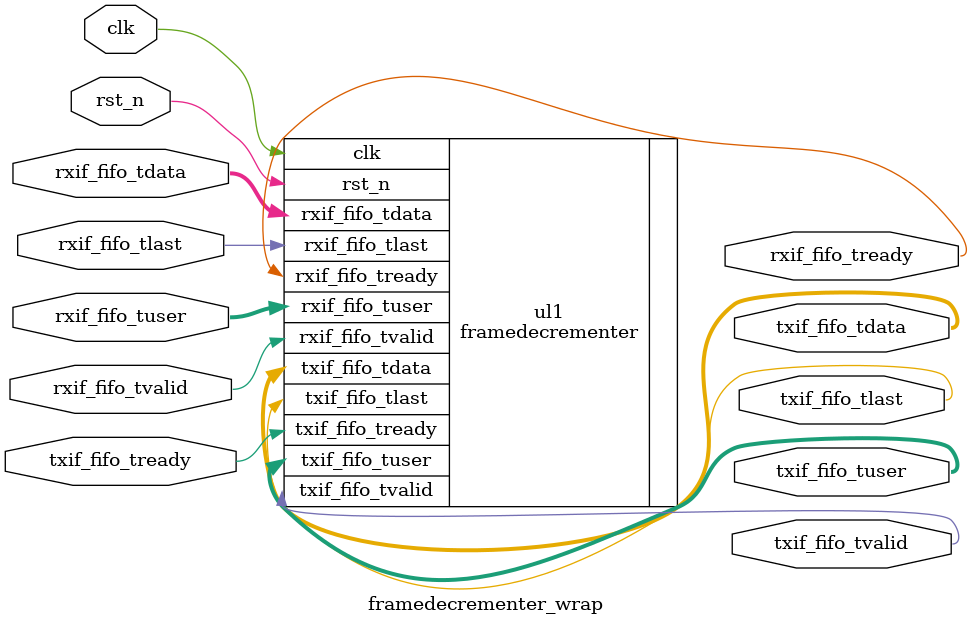
<source format=v>
`timescale 1ns / 1ps


module framedecrementer_wrap
(
input            clk,
input            rst_n,
input            rxif_fifo_tvalid, // to rxunpacker -- valid
output    		 rxif_fifo_tready, // from rxunpacker -- ready
input [31:0]	 rxif_fifo_tdata, // to rxunpacker -- data
input			 rxif_fifo_tlast, // to rxunpacker -- last
input  [3:0]     rxif_fifo_tuser,
output           txif_fifo_tvalid,
input            txif_fifo_tready,
output    [31:0] txif_fifo_tdata,
output  		 txif_fifo_tlast,
output    [3:0]  txif_fifo_tuser
);

framedecrementer ul1
                (
                .clk(clk),
                .rst_n(rst_n),
                .rxif_fifo_tvalid(rxif_fifo_tvalid), 
                .rxif_fifo_tready(rxif_fifo_tready), 
                .rxif_fifo_tdata(rxif_fifo_tdata), 
                .rxif_fifo_tlast(rxif_fifo_tlast), 
                .rxif_fifo_tuser(rxif_fifo_tuser),
                .txif_fifo_tvalid(txif_fifo_tvalid),
                .txif_fifo_tready(txif_fifo_tready),
                .txif_fifo_tdata(txif_fifo_tdata),
                .txif_fifo_tlast(txif_fifo_tlast),
                .txif_fifo_tuser(txif_fifo_tuser)
                );
endmodule

</source>
